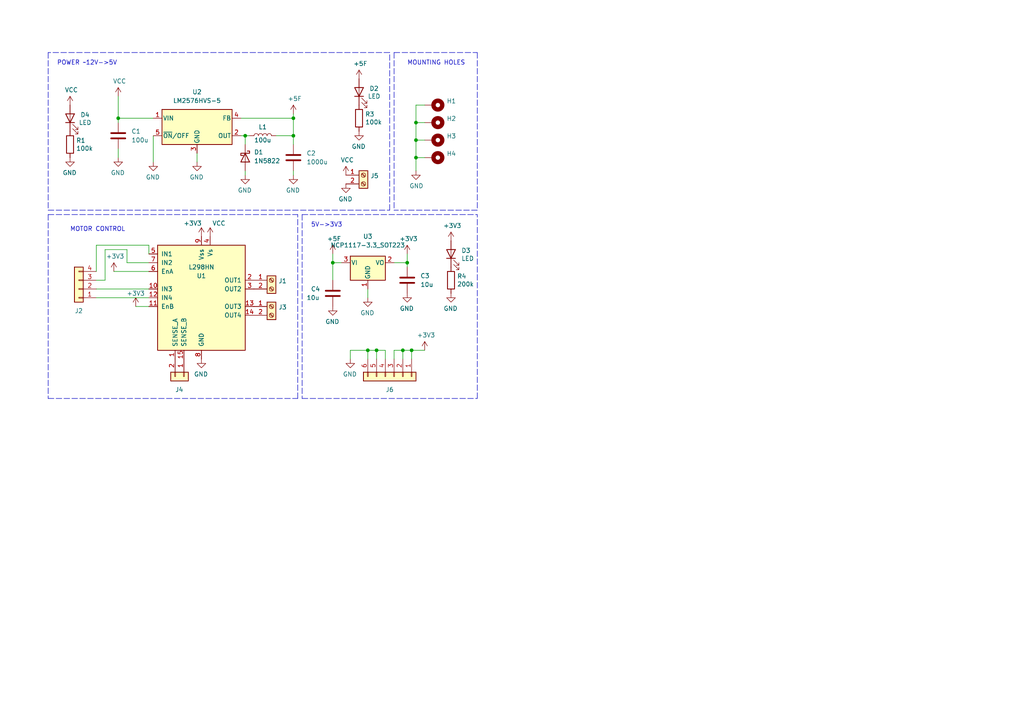
<source format=kicad_sch>
(kicad_sch (version 20211123) (generator eeschema)
  (paper "A4")
  (lib_symbols
    (symbol "Connector:Screw_Terminal_01x02" (pin_names (offset 1.016) hide)
      (property "Reference" "J" (at 0 2.54 0))
      (property "Value" "Screw_Terminal_01x02" (at 0 -5.08 0))
      (symbol "Screw_Terminal_01x02_1_1"
        (rectangle (start -1.27 1.27) (end 1.27 -3.81) (stroke (width 0.254)) (fill (type background)))
        (circle (center 0 -2.54) (radius 0.635) (stroke (width 0.1524)))
        (polyline (pts (xy -0.5334 -2.2098) (xy 0.3302 -3.048)) (stroke (width 0.1524)))
        (polyline (pts (xy -0.5334 0.3302) (xy 0.3302 -0.508)) (stroke (width 0.1524)))
        (polyline (pts (xy -0.3556 -2.032) (xy 0.508 -2.8702)) (stroke (width 0.1524)))
        (polyline (pts (xy -0.3556 0.508) (xy 0.508 -0.3302)) (stroke (width 0.1524)))
        (circle (center 0 0) (radius 0.635) (stroke (width 0.1524)))
        (pin passive line (at -5.08 0 0) (length 3.81) (name "Pin_1") (number "1"))
        (pin passive line (at -5.08 -2.54 0) (length 3.81) (name "Pin_2") (number "2"))
      )
    )
    (symbol "Connector_Generic:Conn_01x02" (pin_names (offset 1.016) hide)
      (property "Reference" "J" (at 0 2.54 0))
      (property "Value" "Conn_01x02" (at 0 -5.08 0))
      (symbol "Conn_01x02_1_1"
        (rectangle (start -1.27 -2.413) (end 0 -2.667) (stroke (width 0.1524)))
        (rectangle (start -1.27 0.127) (end 0 -0.127) (stroke (width 0.1524)))
        (rectangle (start -1.27 1.27) (end 1.27 -3.81) (stroke (width 0.254)) (fill (type background)))
        (pin passive line (at -5.08 0 0) (length 3.81) (name "Pin_1") (number "1"))
        (pin passive line (at -5.08 -2.54 0) (length 3.81) (name "Pin_2") (number "2"))
      )
    )
    (symbol "Connector_Generic:Conn_01x04" (pin_names (offset 1.016) hide)
      (property "Reference" "J" (at 0 5.08 0))
      (property "Value" "Conn_01x04" (at 0 -7.62 0))
      (symbol "Conn_01x04_1_1"
        (rectangle (start -1.27 -4.953) (end 0 -5.207) (stroke (width 0.1524)))
        (rectangle (start -1.27 -2.413) (end 0 -2.667) (stroke (width 0.1524)))
        (rectangle (start -1.27 0.127) (end 0 -0.127) (stroke (width 0.1524)))
        (rectangle (start -1.27 2.667) (end 0 2.413) (stroke (width 0.1524)))
        (rectangle (start -1.27 3.81) (end 1.27 -6.35) (stroke (width 0.254)) (fill (type background)))
        (pin passive line (at -5.08 2.54 0) (length 3.81) (name "Pin_1") (number "1"))
        (pin passive line (at -5.08 0 0) (length 3.81) (name "Pin_2") (number "2"))
        (pin passive line (at -5.08 -2.54 0) (length 3.81) (name "Pin_3") (number "3"))
        (pin passive line (at -5.08 -5.08 0) (length 3.81) (name "Pin_4") (number "4"))
      )
    )
    (symbol "Connector_Generic:Conn_01x06" (pin_names (offset 1.016) hide)
      (property "Reference" "J" (at 0 7.62 0))
      (property "Value" "Conn_01x06" (at 0 -10.16 0))
      (symbol "Conn_01x06_1_1"
        (rectangle (start -1.27 -7.493) (end 0 -7.747) (stroke (width 0.1524)))
        (rectangle (start -1.27 -4.953) (end 0 -5.207) (stroke (width 0.1524)))
        (rectangle (start -1.27 -2.413) (end 0 -2.667) (stroke (width 0.1524)))
        (rectangle (start -1.27 0.127) (end 0 -0.127) (stroke (width 0.1524)))
        (rectangle (start -1.27 2.667) (end 0 2.413) (stroke (width 0.1524)))
        (rectangle (start -1.27 5.207) (end 0 4.953) (stroke (width 0.1524)))
        (rectangle (start -1.27 6.35) (end 1.27 -8.89) (stroke (width 0.254)) (fill (type background)))
        (pin passive line (at -5.08 5.08 0) (length 3.81) (name "Pin_1") (number "1"))
        (pin passive line (at -5.08 2.54 0) (length 3.81) (name "Pin_2") (number "2"))
        (pin passive line (at -5.08 0 0) (length 3.81) (name "Pin_3") (number "3"))
        (pin passive line (at -5.08 -2.54 0) (length 3.81) (name "Pin_4") (number "4"))
        (pin passive line (at -5.08 -5.08 0) (length 3.81) (name "Pin_5") (number "5"))
        (pin passive line (at -5.08 -7.62 0) (length 3.81) (name "Pin_6") (number "6"))
      )
    )
    (symbol "Device:C" (pin_numbers hide) (pin_names (offset 0.254))
      (property "Reference" "C" (at 0.635 2.54 0))
      (property "Value" "C" (at 0.635 -2.54 0))
      (symbol "C_0_1"
        (polyline (pts (xy -2.032 -0.762) (xy 2.032 -0.762)) (stroke (width 0.508)))
        (polyline (pts (xy -2.032 0.762) (xy 2.032 0.762)) (stroke (width 0.508)))
      )
      (symbol "C_1_1"
        (pin passive line (at 0 3.81 270) (length 2.794) (name "~") (number "1"))
        (pin passive line (at 0 -3.81 90) (length 2.794) (name "~") (number "2"))
      )
    )
    (symbol "Device:L" (pin_numbers hide) (pin_names (offset 1.016) hide)
      (property "Reference" "L" (at -1.27 0 90))
      (property "Value" "L" (at 1.905 0 90))
      (symbol "L_0_1"
        (arc (start 0 -2.54) (mid 0.635 -1.905) (end 0 -1.27))
        (arc (start 0 -1.27) (mid 0.635 -0.635) (end 0 0))
        (arc (start 0 0) (mid 0.635 0.635) (end 0 1.27))
        (arc (start 0 1.27) (mid 0.635 1.905) (end 0 2.54))
      )
      (symbol "L_1_1"
        (pin passive line (at 0 3.81 270) (length 1.27) (name "1") (number "1"))
        (pin passive line (at 0 -3.81 90) (length 1.27) (name "2") (number "2"))
      )
    )
    (symbol "Device:LED" (pin_numbers hide) (pin_names (offset 1.016) hide)
      (property "Reference" "D" (at 0 2.54 0))
      (property "Value" "LED" (at 0 -2.54 0))
      (symbol "LED_0_1"
        (polyline (pts (xy -1.27 -1.27) (xy -1.27 1.27)) (stroke (width 0.254)))
        (polyline (pts (xy -1.27 0) (xy 1.27 0)))
        (polyline (pts (xy 1.27 -1.27) (xy 1.27 1.27) (xy -1.27 0) (xy 1.27 -1.27)) (stroke (width 0.254)))
        (polyline (pts (xy -3.048 -0.762) (xy -4.572 -2.286) (xy -3.81 -2.286) (xy -4.572 -2.286) (xy -4.572 -1.524)))
        (polyline (pts (xy -1.778 -0.762) (xy -3.302 -2.286) (xy -2.54 -2.286) (xy -3.302 -2.286) (xy -3.302 -1.524)))
      )
      (symbol "LED_1_1"
        (pin passive line (at -3.81 0 0) (length 2.54) (name "K") (number "1"))
        (pin passive line (at 3.81 0 180) (length 2.54) (name "A") (number "2"))
      )
    )
    (symbol "Device:R" (pin_numbers hide) (pin_names (offset 0))
      (property "Reference" "R" (at 2.032 0 90))
      (property "Value" "R" (at 0 0 90))
      (symbol "R_0_1"
        (rectangle (start -1.016 -2.54) (end 1.016 2.54) (stroke (width 0.254)))
      )
      (symbol "R_1_1"
        (pin passive line (at 0 3.81 270) (length 1.27) (name "~") (number "1"))
        (pin passive line (at 0 -3.81 90) (length 1.27) (name "~") (number "2"))
      )
    )
    (symbol "Diode:1N5822" (pin_numbers hide) (pin_names (offset 1.016) hide)
      (property "Reference" "D" (at 0 2.54 0))
      (property "Value" "1N5822" (at 0 -2.54 0))
      (symbol "1N5822_0_1"
        (polyline (pts (xy 1.27 0) (xy -1.27 0)))
        (polyline (pts (xy 1.27 1.27) (xy 1.27 -1.27) (xy -1.27 0) (xy 1.27 1.27)) (stroke (width 0.254)))
        (polyline (pts (xy -1.905 0.635) (xy -1.905 1.27) (xy -1.27 1.27) (xy -1.27 -1.27) (xy -0.635 -1.27) (xy -0.635 -0.635)) (stroke (width 0.254)))
      )
      (symbol "1N5822_1_1"
        (pin passive line (at -3.81 0 0) (length 2.54) (name "K") (number "1"))
        (pin passive line (at 3.81 0 180) (length 2.54) (name "A") (number "2"))
      )
    )
    (symbol "Driver_Motor:L298HN" (pin_names (offset 1.016))
      (property "Reference" "U" (at -10.16 16.51 0))
      (property "Value" "L298HN" (at 12.7 16.51 0))
      (symbol "L298HN_0_1"
        (rectangle (start -12.7 15.24) (end 12.7 -15.24) (stroke (width 0.254)) (fill (type background)))
      )
      (symbol "L298HN_1_1"
        (pin power_in line (at -7.62 -17.78 90) (length 2.54) (name "SENSE_A") (number "1"))
        (pin input line (at -15.24 2.54 0) (length 2.54) (name "IN3") (number "10"))
        (pin input line (at -15.24 -2.54 0) (length 2.54) (name "EnB") (number "11"))
        (pin input line (at -15.24 0 0) (length 2.54) (name "IN4") (number "12"))
        (pin output line (at 15.24 -2.54 180) (length 2.54) (name "OUT3") (number "13"))
        (pin output line (at 15.24 -5.08 180) (length 2.54) (name "OUT4") (number "14"))
        (pin power_in line (at -5.08 -17.78 90) (length 2.54) (name "SENSE_B") (number "15"))
        (pin output line (at 15.24 5.08 180) (length 2.54) (name "OUT1") (number "2"))
        (pin output line (at 15.24 2.54 180) (length 2.54) (name "OUT2") (number "3"))
        (pin power_in line (at 2.54 17.78 270) (length 2.54) (name "Vs") (number "4"))
        (pin input line (at -15.24 12.7 0) (length 2.54) (name "IN1") (number "5"))
        (pin input line (at -15.24 7.62 0) (length 2.54) (name "EnA") (number "6"))
        (pin input line (at -15.24 10.16 0) (length 2.54) (name "IN2") (number "7"))
        (pin power_in line (at 0 -17.78 90) (length 2.54) (name "GND") (number "8"))
        (pin power_in line (at 0 17.78 270) (length 2.54) (name "Vss") (number "9"))
      )
    )
    (symbol "Mechanical:MountingHole_Pad" (pin_numbers hide) (pin_names (offset 1.016) hide)
      (property "Reference" "H" (at 0 6.35 0))
      (property "Value" "MountingHole_Pad" (at 0 4.445 0))
      (symbol "MountingHole_Pad_0_1"
        (circle (center 0 1.27) (radius 1.27) (stroke (width 1.27)))
      )
      (symbol "MountingHole_Pad_1_1"
        (pin input line (at 0 -2.54 90) (length 2.54) (name "1") (number "1"))
      )
    )
    (symbol "Regulator_Linear:NCP1117-3.3_SOT223" (pin_names (offset 0.254))
      (property "Reference" "U" (at -3.81 3.175 0))
      (property "Value" "NCP1117-3.3_SOT223" (at 0 3.175 0))
      (symbol "NCP1117-3.3_SOT223_0_1"
        (rectangle (start -5.08 -5.08) (end 5.08 1.905) (stroke (width 0.254)) (fill (type background)))
      )
      (symbol "NCP1117-3.3_SOT223_1_1"
        (pin power_in line (at 0 -7.62 90) (length 2.54) (name "GND") (number "1"))
        (pin power_out line (at 7.62 0 180) (length 2.54) (name "VO") (number "2"))
        (pin power_in line (at -7.62 0 0) (length 2.54) (name "VI") (number "3"))
      )
    )
    (symbol "Regulator_Switching:LM2576HVS-5" (pin_names (offset 0.254))
      (property "Reference" "U" (at -10.16 6.35 0))
      (property "Value" "LM2576HVS-5" (at 0 6.35 0))
      (symbol "LM2576HVS-5_0_1"
        (rectangle (start -10.16 5.08) (end 10.16 -5.08) (stroke (width 0.254)) (fill (type background)))
      )
      (symbol "LM2576HVS-5_1_1"
        (pin power_in line (at -12.7 2.54 0) (length 2.54) (name "VIN") (number "1"))
        (pin output line (at 12.7 -2.54 180) (length 2.54) (name "OUT") (number "2"))
        (pin power_in line (at 0 -7.62 90) (length 2.54) (name "GND") (number "3"))
        (pin input line (at 12.7 2.54 180) (length 2.54) (name "FB") (number "4"))
        (pin input line (at -12.7 -2.54 0) (length 2.54) (name "~{ON}/OFF") (number "5"))
      )
    )
    (symbol "power:+3V3" (power) (pin_names (offset 0))
      (property "Value" "+3V3" (at 0 3.556 0))
      (symbol "+3V3_0_1"
        (polyline (pts (xy -0.762 1.27) (xy 0 2.54)))
        (polyline (pts (xy 0 0) (xy 0 2.54)))
        (polyline (pts (xy 0 2.54) (xy 0.762 1.27)))
      )
      (symbol "+3V3_1_1"
        (pin power_in line (at 0 0 90) (length 0) hide (name "+3V3") (number "1"))
      )
    )
    (symbol "power:+5F" (power) (pin_names (offset 0))
      (property "Value" "+5F" (at 0 3.556 0))
      (symbol "+5F_0_1"
        (polyline (pts (xy -0.762 1.27) (xy 0 2.54)))
        (polyline (pts (xy 0 0) (xy 0 2.54)))
        (polyline (pts (xy 0 2.54) (xy 0.762 1.27)))
      )
      (symbol "+5F_1_1"
        (pin power_in line (at 0 0 90) (length 0) hide (name "+5F") (number "1"))
      )
    )
    (symbol "power:GND" (power) (pin_names (offset 0))
      (property "Value" "GND" (at 0 -3.81 0))
      (symbol "GND_0_1"
        (polyline (pts (xy 0 0) (xy 0 -1.27) (xy 1.27 -1.27) (xy 0 -2.54) (xy -1.27 -1.27) (xy 0 -1.27)))
      )
      (symbol "GND_1_1"
        (pin power_in line (at 0 0 270) (length 0) hide (name "GND") (number "1"))
      )
    )
    (symbol "power:VCC" (power) (pin_names (offset 0))
      (property "Value" "VCC" (at 0 3.81 0))
      (symbol "VCC_0_1"
        (polyline (pts (xy -0.762 1.27) (xy 0 2.54)))
        (polyline (pts (xy 0 0) (xy 0 2.54)))
        (polyline (pts (xy 0 2.54) (xy 0.762 1.27)))
      )
      (symbol "VCC_1_1"
        (pin power_in line (at 0 0 90) (length 0) hide (name "VCC") (number "1"))
      )
    )
  )
  (junction (at 120.65 40.64))
  (junction (at 85.09 39.37))
  (junction (at 120.65 35.56))
  (junction (at 85.09 34.29))
  (junction (at 118.11 76.2))
  (junction (at 120.65 45.72))
  (junction (at 106.68 101.6))
  (junction (at 71.12 39.37))
  (junction (at 119.38 101.6))
  (junction (at 96.52 76.2))
  (junction (at 116.84 101.6))
  (junction (at 34.29 34.29))
  (junction (at 109.22 101.6))
  (wire (pts (xy 118.11 73.66) (xy 118.11 76.2)))
  (wire (pts (xy 123.19 30.48) (xy 120.65 30.48)))
  (wire (pts (xy 80.01 39.37) (xy 85.09 39.37)))
  (polyline (pts (xy 13.97 62.23) (xy 13.97 115.57)))
  (wire (pts (xy 120.65 40.64) (xy 120.65 45.72)))
  (wire (pts (xy 43.18 76.2) (xy 36.83 76.2)))
  (wire (pts (xy 109.22 101.6) (xy 106.68 101.6)))
  (wire (pts (xy 27.94 78.74) (xy 27.94 71.12)))
  (polyline (pts (xy 138.43 15.24) (xy 138.43 60.96)))
  (wire (pts (xy 120.65 40.64) (xy 123.19 40.64)))
  (wire (pts (xy 119.38 101.6) (xy 119.38 104.14)))
  (wire (pts (xy 123.19 45.72) (xy 120.65 45.72)))
  (polyline (pts (xy 86.36 115.57) (xy 86.36 62.23)))
  (wire (pts (xy 36.83 76.2) (xy 36.83 72.39)))
  (wire (pts (xy 57.15 44.45) (xy 57.15 46.99)))
  (wire (pts (xy 85.09 39.37) (xy 85.09 41.91)))
  (wire (pts (xy 30.48 81.28) (xy 27.94 81.28)))
  (wire (pts (xy 116.84 101.6) (xy 119.38 101.6)))
  (polyline (pts (xy 13.97 60.96) (xy 113.03 60.96)))
  (wire (pts (xy 101.6 101.6) (xy 106.68 101.6)))
  (wire (pts (xy 120.65 45.72) (xy 120.65 49.53)))
  (wire (pts (xy 27.94 86.36) (xy 43.18 86.36)))
  (wire (pts (xy 71.12 39.37) (xy 71.12 41.91)))
  (wire (pts (xy 111.76 101.6) (xy 109.22 101.6)))
  (polyline (pts (xy 113.03 60.96) (xy 113.03 15.24)))
  (wire (pts (xy 30.48 72.39) (xy 30.48 81.28)))
  (polyline (pts (xy 13.97 115.57) (xy 86.36 115.57)))
  (wire (pts (xy 34.29 43.18) (xy 34.29 45.72)))
  (polyline (pts (xy 87.63 62.23) (xy 87.63 115.57)))
  (wire (pts (xy 36.83 72.39) (xy 30.48 72.39)))
  (wire (pts (xy 85.09 49.53) (xy 85.09 50.8)))
  (wire (pts (xy 106.68 101.6) (xy 106.68 104.14)))
  (wire (pts (xy 106.68 83.82) (xy 106.68 86.36)))
  (wire (pts (xy 44.45 39.37) (xy 44.45 46.99)))
  (wire (pts (xy 85.09 34.29) (xy 85.09 39.37)))
  (wire (pts (xy 43.18 83.82) (xy 27.94 83.82)))
  (wire (pts (xy 118.11 76.2) (xy 118.11 77.47)))
  (polyline (pts (xy 138.43 60.96) (xy 114.3 60.96)))
  (wire (pts (xy 69.85 39.37) (xy 71.12 39.37)))
  (polyline (pts (xy 138.43 115.57) (xy 138.43 62.23)))
  (wire (pts (xy 34.29 27.94) (xy 34.29 34.29)))
  (wire (pts (xy 33.02 78.74) (xy 43.18 78.74)))
  (wire (pts (xy 96.52 73.66) (xy 96.52 76.2)))
  (wire (pts (xy 120.65 40.64) (xy 120.65 35.56)))
  (wire (pts (xy 39.37 88.9) (xy 43.18 88.9)))
  (wire (pts (xy 120.65 35.56) (xy 123.19 35.56)))
  (wire (pts (xy 101.6 104.14) (xy 101.6 101.6)))
  (wire (pts (xy 96.52 76.2) (xy 96.52 81.28)))
  (polyline (pts (xy 114.3 15.24) (xy 114.3 60.96)))
  (polyline (pts (xy 87.63 62.23) (xy 138.43 62.23)))
  (wire (pts (xy 114.3 76.2) (xy 118.11 76.2)))
  (wire (pts (xy 71.12 49.53) (xy 71.12 50.8)))
  (polyline (pts (xy 13.97 62.23) (xy 86.36 62.23)))
  (wire (pts (xy 43.18 71.12) (xy 43.18 73.66)))
  (polyline (pts (xy 87.63 115.57) (xy 138.43 115.57)))
  (polyline (pts (xy 114.3 15.24) (xy 138.43 15.24)))
  (wire (pts (xy 119.38 101.6) (xy 123.19 101.6)))
  (wire (pts (xy 27.94 71.12) (xy 43.18 71.12)))
  (wire (pts (xy 116.84 101.6) (xy 116.84 104.14)))
  (wire (pts (xy 96.52 76.2) (xy 99.06 76.2)))
  (polyline (pts (xy 13.97 15.24) (xy 13.97 60.96)))
  (wire (pts (xy 111.76 104.14) (xy 111.76 101.6)))
  (wire (pts (xy 69.85 34.29) (xy 85.09 34.29)))
  (wire (pts (xy 114.3 101.6) (xy 116.84 101.6)))
  (wire (pts (xy 114.3 104.14) (xy 114.3 101.6)))
  (wire (pts (xy 71.12 39.37) (xy 72.39 39.37)))
  (wire (pts (xy 34.29 34.29) (xy 44.45 34.29)))
  (wire (pts (xy 85.09 33.02) (xy 85.09 34.29)))
  (wire (pts (xy 109.22 104.14) (xy 109.22 101.6)))
  (wire (pts (xy 120.65 30.48) (xy 120.65 35.56)))
  (wire (pts (xy 34.29 34.29) (xy 34.29 35.56)))
  (polyline (pts (xy 113.03 15.24) (xy 13.97 15.24)))
  (text "POWER ~12V->5V" (at 16.51 19.05 0) (effects (font (size 1.27 1.27)) (justify left bottom)))
  (text "MOTOR CONTROL" (at 20.32 67.31 0) (effects (font (size 1.27 1.27)) (justify left bottom)))
  (text "MOUNTING HOLES" (at 118.11 19.05 0) (effects (font (size 1.27 1.27)) (justify left bottom)))
  (text "5V->3V3" (at 90.17 66.04 0) (effects (font (size 1.27 1.27)) (justify left bottom)))
  (symbol (lib_id "power:+5F") (at 96.52 73.66 0) (unit 1)
    (property "Reference" "#PWR08" (effects hide))
    (property "Value" "+5F" (at 96.901 69.2658 0))
  )
  (symbol (lib_id "power:+3V3") (at 118.11 73.66 0) (unit 1)
    (property "Reference" "#PWR014" (effects hide))
    (property "Value" "+3V3" (at 118.491 69.2658 0))
  )
  (symbol (lib_id "Device:C") (at 96.52 85.09 0) (unit 1)
    (property "Reference" "C4" (at 90.17 83.82 0) (effects (justify left)))
    (property "Value" "10u" (at 88.9 86.36 0) (effects (justify left)))
    (property "Footprint" "Capacitor_SMD:C_1206_3216Metric_Pad1.33x1.80mm_HandSolder" (effects hide))
  )
  (symbol (lib_id "power:GND") (at 118.11 85.09 0) (mirror y) (unit 1)
    (property "Reference" "#PWR018" (effects hide))
    (property "Value" "GND" (at 117.983 89.4842 0))
  )
  (symbol (lib_id "power:GND") (at 96.52 88.9 0) (mirror y) (unit 1)
    (property "Reference" "#PWR015" (effects hide))
    (property "Value" "GND" (at 96.393 93.2942 0))
  )
  (symbol (lib_id "Device:LED") (at 104.14 26.67 90) (unit 1)
    (property "Reference" "D2" (at 107.1372 25.6794 90) (effects (justify right)))
    (property "Value" "LED" (at 106.68 27.94 90) (effects (justify right)))
    (property "Footprint" "LED_THT:LED_D5.0mm" (effects hide))
  )
  (symbol (lib_id "Device:LED") (at 130.81 73.66 90) (unit 1)
    (property "Reference" "D3" (at 133.8072 72.6694 90) (effects (justify right)))
    (property "Value" "LED" (at 133.8072 74.9808 90) (effects (justify right)))
    (property "Footprint" "LED_THT:LED_D5.0mm" (effects hide))
  )
  (symbol (lib_id "Device:R") (at 104.14 34.29 0) (unit 1)
    (property "Reference" "R3" (at 105.918 33.1216 0) (effects (justify left)))
    (property "Value" "100k" (at 105.918 35.433 0) (effects (justify left)))
    (property "Footprint" "Resistor_SMD:R_0805_2012Metric_Pad1.20x1.40mm_HandSolder" (effects hide))
  )
  (symbol (lib_id "Device:R") (at 130.81 81.28 0) (unit 1)
    (property "Reference" "R4" (at 132.588 80.1116 0) (effects (justify left)))
    (property "Value" "200k" (at 132.588 82.423 0) (effects (justify left)))
    (property "Footprint" "Resistor_SMD:R_0603_1608Metric_Pad0.98x0.95mm_HandSolder" (effects hide))
  )
  (symbol (lib_id "power:GND") (at 104.14 38.1 0) (mirror y) (unit 1)
    (property "Reference" "#PWR016" (effects hide))
    (property "Value" "GND" (at 104.013 42.4942 0))
  )
  (symbol (lib_id "power:GND") (at 130.81 85.09 0) (mirror y) (unit 1)
    (property "Reference" "#PWR017" (effects hide))
    (property "Value" "GND" (at 130.683 89.4842 0))
  )
  (symbol (lib_id "power:+5F") (at 104.14 22.86 0) (unit 1)
    (property "Reference" "#PWR09" (effects hide))
    (property "Value" "+5F" (at 104.521 18.4658 0))
  )
  (symbol (lib_id "power:+3V3") (at 130.81 69.85 0) (unit 1)
    (property "Reference" "#PWR010" (effects hide))
    (property "Value" "+3V3" (at 131.191 65.4558 0))
  )
  (symbol (lib_id "Driver_Motor:L298HN") (at 58.42 86.36 0) (unit 1)
    (property "Reference" "U1" (at 58.42 80.01 0))
    (property "Value" "L298HN" (at 58.42 77.47 0))
    (property "Footprint" "Package_TO_SOT_THT:TO-220-15_P2.54x2.54mm_StaggerOdd_Lead4.58mm_Vertical" (effects hide))
    (property "Datasheet" "http://www.st.com/st-web-ui/static/active/en/resource/technical/document/datasheet/CD00000240.pdf" (effects hide))
  )
  (symbol (lib_id "power:GND") (at 58.42 104.14 0) (mirror y) (unit 1)
    (property "Reference" "#PWR024" (effects hide))
    (property "Value" "GND" (at 58.293 108.5342 0))
  )
  (symbol (lib_id "power:VCC") (at 60.96 68.58 0) (unit 1)
    (property "Reference" "#PWR020" (effects hide))
    (property "Value" "VCC" (at 63.5 64.77 0))
  )
  (symbol (lib_id "power:+3V3") (at 58.42 68.58 0) (unit 1)
    (property "Reference" "#PWR021" (effects hide))
    (property "Value" "+3V3" (at 55.88 64.77 0))
  )
  (symbol (lib_id "power:+3V3") (at 39.37 88.9 0) (unit 1)
    (property "Reference" "#PWR023" (effects hide))
    (property "Value" "+3V3" (at 39.37 85.09 0))
  )
  (symbol (lib_id "power:+3V3") (at 33.02 78.74 0) (unit 1)
    (property "Reference" "#PWR022" (effects hide))
    (property "Value" "+3V3" (at 33.401 74.3458 0))
  )
  (symbol (lib_id "Connector:Screw_Terminal_01x02") (at 78.74 81.28 0) (unit 1)
    (property "Reference" "J1" (at 80.772 81.4832 0) (effects (justify left)))
    (property "Value" "Screw_Terminal_01x02" (effects hide))
    (property "Footprint" "TerminalBlock:TerminalBlock_bornier-2_P5.08mm" (effects hide))
  )
  (symbol (lib_id "Connector:Screw_Terminal_01x02") (at 78.74 88.9 0) (unit 1)
    (property "Reference" "J3" (at 80.772 89.1032 0) (effects (justify left)))
    (property "Value" "Screw_Terminal_01x02" (effects hide))
    (property "Footprint" "TerminalBlock:TerminalBlock_bornier-2_P5.08mm" (effects hide))
  )
  (symbol (lib_id "Connector_Generic:Conn_01x04") (at 22.86 83.82 180) (unit 1)
    (property "Reference" "J2" (at 22.86 90.17 0))
    (property "Value" "Conn_01x04" (effects hide))
    (property "Footprint" "Connector_PinSocket_2.54mm:PinSocket_1x04_P2.54mm_Vertical" (effects hide))
  )
  (symbol (lib_id "Connector_Generic:Conn_01x02") (at 53.34 109.22 270) (unit 1)
    (property "Reference" "J4" (at 50.8 113.03 90) (effects (justify left)))
    (property "Value" "Conn_01x02" (effects hide))
    (property "Footprint" "Connector_PinSocket_2.54mm:PinSocket_1x02_P2.54mm_Vertical" (effects hide))
  )
  (symbol (lib_id "Connector:Screw_Terminal_01x02") (at 105.41 50.8 0) (unit 1)
    (property "Reference" "J5" (at 107.442 51.0032 0) (effects (justify left)))
    (property "Value" "Screw_Terminal_01x02" (effects hide))
    (property "Footprint" "TerminalBlock:TerminalBlock_bornier-2_P5.08mm" (effects hide))
  )
  (symbol (lib_id "power:GND") (at 100.33 53.34 0) (mirror y) (unit 1)
    (property "Reference" "#PWR026" (effects hide))
    (property "Value" "GND" (at 100.203 57.7342 0))
  )
  (symbol (lib_id "power:VCC") (at 100.33 50.8 0) (unit 1)
    (property "Reference" "#PWR025" (effects hide))
    (property "Value" "VCC" (at 100.711 46.4058 0))
  )
  (symbol (lib_id "power:GND") (at 101.6 104.14 0) (mirror y) (unit 1)
    (property "Reference" "#PWR028" (effects hide))
    (property "Value" "GND" (at 101.473 108.5342 0))
  )
  (symbol (lib_id "power:+3V3") (at 123.19 101.6 0) (unit 1)
    (property "Reference" "#PWR027" (effects hide))
    (property "Value" "+3V3" (at 123.571 97.2058 0))
  )
  (symbol (lib_id "power:GND") (at 120.65 49.53 0) (unit 1)
    (property "Reference" "#PWR029" (effects hide))
    (property "Value" "GND" (at 120.777 53.9242 0))
  )
  (symbol (lib_id "Mechanical:MountingHole_Pad") (at 125.73 30.48 270) (unit 1)
    (property "Reference" "H1" (at 129.54 29.3116 90) (effects (justify left)))
    (property "Value" "MountingHole_Pad" (effects hide))
    (property "Footprint" "MountingHole:MountingHole_3.2mm_M3_DIN965_Pad_TopBottom" (effects hide))
  )
  (symbol (lib_id "Mechanical:MountingHole_Pad") (at 125.73 35.56 270) (unit 1)
    (property "Reference" "H2" (at 129.54 34.3916 90) (effects (justify left)))
    (property "Value" "MountingHole_Pad" (effects hide))
    (property "Footprint" "MountingHole:MountingHole_3.2mm_M3_DIN965_Pad_TopBottom" (effects hide))
  )
  (symbol (lib_id "Mechanical:MountingHole_Pad") (at 125.73 40.64 270) (unit 1)
    (property "Reference" "H3" (at 129.54 39.4716 90) (effects (justify left)))
    (property "Value" "MountingHole_Pad" (effects hide))
    (property "Footprint" "MountingHole:MountingHole_3.2mm_M3_DIN965_Pad_TopBottom" (effects hide))
  )
  (symbol (lib_id "Regulator_Switching:LM2576HVS-5") (at 57.15 36.83 0) (unit 1)
    (property "Reference" "U2" (at 57.15 26.67 0))
    (property "Value" "LM2576HVS-5" (at 57.15 29.21 0))
    (property "Footprint" "Package_TO_SOT_SMD:TO-263-5_TabPin3" (effects hide))
    (property "Datasheet" "http://www.ti.com/lit/ds/symlink/lm2576.pdf" (effects hide))
  )
  (symbol (lib_id "Device:C") (at 34.29 39.37 0) (unit 1)
    (property "Reference" "C1" (at 38.1 38.0999 0) (effects (justify left)))
    (property "Value" "100u" (at 38.1 40.6399 0) (effects (justify left)))
    (property "Footprint" "Capacitor_THT:CP_Radial_D8.0mm_P3.50mm" (effects hide))
  )
  (symbol (lib_id "Regulator_Linear:NCP1117-3.3_SOT223") (at 106.68 76.2 0) (unit 1)
    (property "Reference" "U3" (at 106.68 68.58 0))
    (property "Value" "NCP1117-3.3_SOT223" (at 106.68 71.12 0))
    (property "Footprint" "Package_TO_SOT_SMD:SOT-223-3_TabPin2" (effects hide))
    (property "Datasheet" "http://www.onsemi.com/pub_link/Collateral/NCP1117-D.PDF" (effects hide))
  )
  (symbol (lib_id "power:GND") (at 71.12 50.8 0) (mirror y) (unit 1)
    (property "Reference" "#PWR05" (effects hide))
    (property "Value" "GND" (at 70.993 55.1942 0))
  )
  (symbol (lib_id "Device:C") (at 118.11 81.28 0) (unit 1)
    (property "Reference" "C3" (at 121.92 80.0099 0) (effects (justify left)))
    (property "Value" "10u" (at 121.92 82.5499 0) (effects (justify left)))
    (property "Footprint" "Capacitor_SMD:C_1206_3216Metric_Pad1.33x1.80mm_HandSolder" (effects hide))
  )
  (symbol (lib_id "power:GND") (at 57.15 46.99 0) (mirror y) (unit 1)
    (property "Reference" "#PWR04" (effects hide))
    (property "Value" "GND" (at 57.023 51.3842 0))
  )
  (symbol (lib_id "Device:L") (at 76.2 39.37 90) (unit 1)
    (property "Reference" "L1" (at 76.2 36.83 90))
    (property "Value" "100u" (at 76.2 40.64 90))
    (property "Footprint" "Inductor_SMD:L_1812_4532Metric_Pad1.30x3.40mm_HandSolder" (effects hide))
  )
  (symbol (lib_id "power:VCC") (at 20.32 30.48 0) (unit 1)
    (property "Reference" "#PWR011" (effects hide))
    (property "Value" "VCC" (at 20.701 26.0858 0))
  )
  (symbol (lib_id "Device:LED") (at 20.32 34.29 90) (unit 1)
    (property "Reference" "D4" (at 23.3172 33.2994 90) (effects (justify right)))
    (property "Value" "LED" (at 22.86 35.56 90) (effects (justify right)))
    (property "Footprint" "LED_THT:LED_D5.0mm" (effects hide))
  )
  (symbol (lib_id "power:+5F") (at 85.09 33.02 0) (unit 1)
    (property "Reference" "#PWR06" (effects hide))
    (property "Value" "+5F" (at 85.471 28.6258 0))
  )
  (symbol (lib_id "power:GND") (at 106.68 86.36 0) (mirror y) (unit 1)
    (property "Reference" "#PWR0101" (effects hide))
    (property "Value" "GND" (at 106.553 90.7542 0))
  )
  (symbol (lib_id "Mechanical:MountingHole_Pad") (at 125.73 45.72 270) (unit 1)
    (property "Reference" "H4" (at 129.54 44.5516 90) (effects (justify left)))
    (property "Value" "MountingHole_Pad" (effects hide))
    (property "Footprint" "MountingHole:MountingHole_3.2mm_M3_DIN965_Pad_TopBottom" (effects hide))
  )
  (symbol (lib_id "Device:R") (at 20.32 41.91 0) (unit 1)
    (property "Reference" "R1" (at 22.098 40.7416 0) (effects (justify left)))
    (property "Value" "100k" (at 22.098 43.053 0) (effects (justify left)))
    (property "Footprint" "Resistor_SMD:R_0603_1608Metric_Pad0.98x0.95mm_HandSolder" (effects hide))
  )
  (symbol (lib_id "power:GND") (at 44.45 46.99 0) (mirror y) (unit 1)
    (property "Reference" "#PWR03" (effects hide))
    (property "Value" "GND" (at 44.323 51.3842 0))
  )
  (symbol (lib_id "Connector_Generic:Conn_01x06") (at 114.3 109.22 270) (unit 1)
    (property "Reference" "J6" (at 113.03 113.03 90))
    (property "Value" "Conn_01x06" (effects hide))
    (property "Footprint" "Connector_PinSocket_2.54mm:PinSocket_1x06_P2.54mm_Vertical" (effects hide))
  )
  (symbol (lib_id "power:GND") (at 34.29 45.72 0) (mirror y) (unit 1)
    (property "Reference" "#PWR02" (effects hide))
    (property "Value" "GND" (at 34.163 50.1142 0))
  )
  (symbol (lib_id "power:GND") (at 85.09 50.8 0) (mirror y) (unit 1)
    (property "Reference" "#PWR07" (effects hide))
    (property "Value" "GND" (at 84.963 55.1942 0))
  )
  (symbol (lib_id "power:VCC") (at 34.29 27.94 0) (unit 1)
    (property "Reference" "#PWR01" (effects hide))
    (property "Value" "VCC" (at 34.671 23.5458 0))
  )
  (symbol (lib_id "power:GND") (at 20.32 45.72 0) (mirror y) (unit 1)
    (property "Reference" "#PWR012" (effects hide))
    (property "Value" "GND" (at 20.193 50.1142 0))
  )
  (symbol (lib_id "Device:C") (at 85.09 45.72 0) (unit 1)
    (property "Reference" "C2" (at 88.9 44.4499 0) (effects (justify left)))
    (property "Value" "1000u" (at 88.9 46.9899 0) (effects (justify left)))
    (property "Footprint" "Capacitor_THT:CP_Radial_D16.0mm_P7.50mm" (effects hide))
  )
  (symbol (lib_id "Diode:1N5822") (at 71.12 45.72 270) (unit 1)
    (property "Reference" "D1" (at 73.66 44.1324 90) (effects (justify left)))
    (property "Value" "1N5822" (at 73.66 46.6724 90) (effects (justify left)))
    (property "Footprint" "Diode_THT:D_DO-201AD_P15.24mm_Horizontal" (effects hide))
    (property "Datasheet" "http://www.vishay.com/docs/88526/1n5820.pdf" (effects hide))
  )
)
</source>
